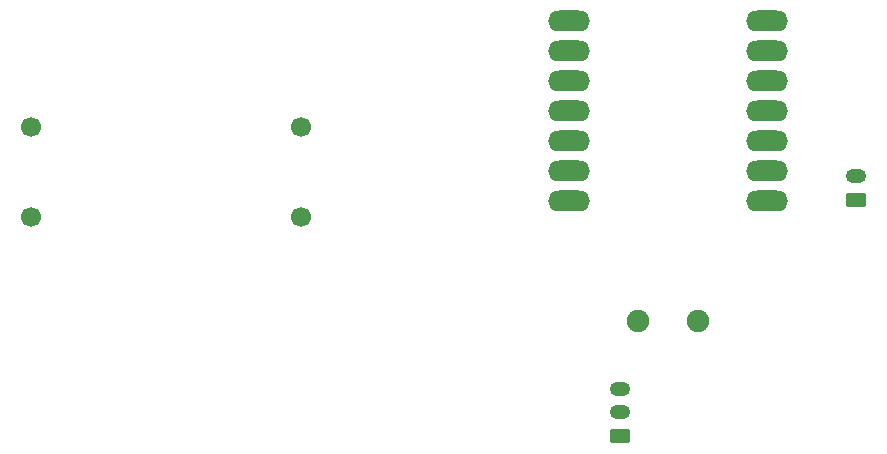
<source format=gbr>
%TF.GenerationSoftware,KiCad,Pcbnew,9.0.6*%
%TF.CreationDate,2026-02-28T12:54:14-08:00*%
%TF.ProjectId,display,64697370-6c61-4792-9e6b-696361645f70,rev?*%
%TF.SameCoordinates,Original*%
%TF.FileFunction,Soldermask,Bot*%
%TF.FilePolarity,Negative*%
%FSLAX46Y46*%
G04 Gerber Fmt 4.6, Leading zero omitted, Abs format (unit mm)*
G04 Created by KiCad (PCBNEW 9.0.6) date 2026-02-28 12:54:14*
%MOMM*%
%LPD*%
G01*
G04 APERTURE LIST*
G04 Aperture macros list*
%AMRoundRect*
0 Rectangle with rounded corners*
0 $1 Rounding radius*
0 $2 $3 $4 $5 $6 $7 $8 $9 X,Y pos of 4 corners*
0 Add a 4 corners polygon primitive as box body*
4,1,4,$2,$3,$4,$5,$6,$7,$8,$9,$2,$3,0*
0 Add four circle primitives for the rounded corners*
1,1,$1+$1,$2,$3*
1,1,$1+$1,$4,$5*
1,1,$1+$1,$6,$7*
1,1,$1+$1,$8,$9*
0 Add four rect primitives between the rounded corners*
20,1,$1+$1,$2,$3,$4,$5,0*
20,1,$1+$1,$4,$5,$6,$7,0*
20,1,$1+$1,$6,$7,$8,$9,0*
20,1,$1+$1,$8,$9,$2,$3,0*%
G04 Aperture macros list end*
%ADD10O,3.556000X1.778000*%
%ADD11C,1.905000*%
%ADD12C,1.700000*%
%ADD13RoundRect,0.250000X0.625000X-0.350000X0.625000X0.350000X-0.625000X0.350000X-0.625000X-0.350000X0*%
%ADD14O,1.750000X1.200000*%
G04 APERTURE END LIST*
D10*
%TO.C,U2*%
X135118000Y-82880000D03*
X135118000Y-85420000D03*
X135118000Y-87960000D03*
X135118000Y-90500000D03*
X135118000Y-93040000D03*
X135118000Y-95580000D03*
X135118000Y-98120000D03*
X151882000Y-98120000D03*
X151882000Y-95580000D03*
X151882000Y-93040000D03*
X151882000Y-90500000D03*
X151882000Y-87960000D03*
X151882000Y-85420000D03*
X151882000Y-82880000D03*
D11*
X140960000Y-108280000D03*
X146040000Y-108280000D03*
%TD*%
D12*
%TO.C,M1*%
X89610000Y-99470000D03*
X89610000Y-91850000D03*
X112470000Y-99470000D03*
X112470000Y-91850000D03*
%TD*%
D13*
%TO.C,J2*%
X159450000Y-98000000D03*
D14*
X159450000Y-96000000D03*
%TD*%
D13*
%TO.C,J1*%
X139450000Y-118000000D03*
D14*
X139450000Y-116000000D03*
X139450000Y-114000000D03*
%TD*%
M02*

</source>
